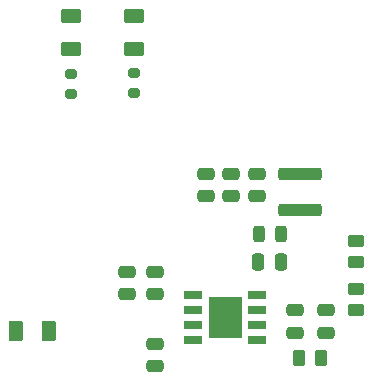
<source format=gbr>
%TF.GenerationSoftware,KiCad,Pcbnew,9.0.3*%
%TF.CreationDate,2025-09-19T13:58:25-05:00*%
%TF.ProjectId,galaxsea_26_pdb,67616c61-7873-4656-915f-32365f706462,rev?*%
%TF.SameCoordinates,Original*%
%TF.FileFunction,Paste,Top*%
%TF.FilePolarity,Positive*%
%FSLAX46Y46*%
G04 Gerber Fmt 4.6, Leading zero omitted, Abs format (unit mm)*
G04 Created by KiCad (PCBNEW 9.0.3) date 2025-09-19 13:58:25*
%MOMM*%
%LPD*%
G01*
G04 APERTURE LIST*
G04 Aperture macros list*
%AMRoundRect*
0 Rectangle with rounded corners*
0 $1 Rounding radius*
0 $2 $3 $4 $5 $6 $7 $8 $9 X,Y pos of 4 corners*
0 Add a 4 corners polygon primitive as box body*
4,1,4,$2,$3,$4,$5,$6,$7,$8,$9,$2,$3,0*
0 Add four circle primitives for the rounded corners*
1,1,$1+$1,$2,$3*
1,1,$1+$1,$4,$5*
1,1,$1+$1,$6,$7*
1,1,$1+$1,$8,$9*
0 Add four rect primitives between the rounded corners*
20,1,$1+$1,$2,$3,$4,$5,0*
20,1,$1+$1,$4,$5,$6,$7,0*
20,1,$1+$1,$6,$7,$8,$9,0*
20,1,$1+$1,$8,$9,$2,$3,0*%
G04 Aperture macros list end*
%ADD10C,0.010000*%
%ADD11RoundRect,0.200000X0.275000X-0.200000X0.275000X0.200000X-0.275000X0.200000X-0.275000X-0.200000X0*%
%ADD12RoundRect,0.250000X1.600000X-0.300000X1.600000X0.300000X-1.600000X0.300000X-1.600000X-0.300000X0*%
%ADD13RoundRect,0.015000X-0.760000X-0.285000X0.760000X-0.285000X0.760000X0.285000X-0.760000X0.285000X0*%
%ADD14RoundRect,0.250000X-0.450000X0.262500X-0.450000X-0.262500X0.450000X-0.262500X0.450000X0.262500X0*%
%ADD15RoundRect,0.250000X-0.250000X-0.475000X0.250000X-0.475000X0.250000X0.475000X-0.250000X0.475000X0*%
%ADD16RoundRect,0.250000X0.475000X-0.250000X0.475000X0.250000X-0.475000X0.250000X-0.475000X-0.250000X0*%
%ADD17RoundRect,0.250000X-0.475000X0.250000X-0.475000X-0.250000X0.475000X-0.250000X0.475000X0.250000X0*%
%ADD18RoundRect,0.250000X0.262500X0.450000X-0.262500X0.450000X-0.262500X-0.450000X0.262500X-0.450000X0*%
%ADD19RoundRect,0.250000X-0.625000X0.375000X-0.625000X-0.375000X0.625000X-0.375000X0.625000X0.375000X0*%
%ADD20RoundRect,0.250000X-0.375000X-0.625000X0.375000X-0.625000X0.375000X0.625000X-0.375000X0.625000X0*%
%ADD21RoundRect,0.243750X0.243750X0.456250X-0.243750X0.456250X-0.243750X-0.456250X0.243750X-0.456250X0*%
G04 APERTURE END LIST*
D10*
%TO.C,U1*%
X152345000Y-93050000D02*
X149635000Y-93050000D01*
X149635000Y-89650000D01*
X152345000Y-89650000D01*
X152345000Y-93050000D01*
G36*
X152345000Y-93050000D02*
G01*
X149635000Y-93050000D01*
X149635000Y-89650000D01*
X152345000Y-89650000D01*
X152345000Y-93050000D01*
G37*
%TD*%
D11*
%TO.C,R4*%
X137945000Y-72437500D03*
X137945000Y-70787500D03*
%TD*%
D12*
%TO.C,L1*%
X157340000Y-82250000D03*
X157340000Y-79250000D03*
%TD*%
D13*
%TO.C,U1*%
X148290000Y-89445000D03*
X148290000Y-90715000D03*
X148290000Y-91985000D03*
X148290000Y-93255000D03*
X153690000Y-93255000D03*
X153690000Y-91985000D03*
X153690000Y-90715000D03*
X153690000Y-89445000D03*
%TD*%
D14*
%TO.C,R1*%
X162085000Y-84875000D03*
X162085000Y-86700000D03*
%TD*%
D15*
%TO.C,C1*%
X153780000Y-86690000D03*
X155680000Y-86690000D03*
%TD*%
D16*
%TO.C,C3*%
X145065000Y-89380000D03*
X145065000Y-87480000D03*
%TD*%
D14*
%TO.C,R3*%
X162085000Y-88925000D03*
X162085000Y-90750000D03*
%TD*%
D16*
%TO.C,C4*%
X156915000Y-92645000D03*
X156915000Y-90745000D03*
%TD*%
D17*
%TO.C,C8*%
X151490000Y-79200000D03*
X151490000Y-81100000D03*
%TD*%
D11*
%TO.C,R5*%
X143295000Y-72362500D03*
X143295000Y-70712500D03*
%TD*%
D17*
%TO.C,C6*%
X145065000Y-93580000D03*
X145065000Y-95480000D03*
%TD*%
D18*
%TO.C,R2*%
X159100000Y-94800000D03*
X157275000Y-94800000D03*
%TD*%
D17*
%TO.C,C7*%
X149350000Y-79200000D03*
X149350000Y-81100000D03*
%TD*%
D19*
%TO.C,D3*%
X143300000Y-65862500D03*
X143300000Y-68662500D03*
%TD*%
%TO.C,D2*%
X137945000Y-65862500D03*
X137945000Y-68662500D03*
%TD*%
D20*
%TO.C,F1*%
X133300000Y-92500000D03*
X136100000Y-92500000D03*
%TD*%
D16*
%TO.C,C5*%
X159500000Y-92645000D03*
X159500000Y-90745000D03*
%TD*%
D17*
%TO.C,C9*%
X153650000Y-79200000D03*
X153650000Y-81100000D03*
%TD*%
D21*
%TO.C,D1*%
X155687500Y-84300000D03*
X153812500Y-84300000D03*
%TD*%
D16*
%TO.C,C2*%
X142665000Y-89400000D03*
X142665000Y-87500000D03*
%TD*%
M02*

</source>
